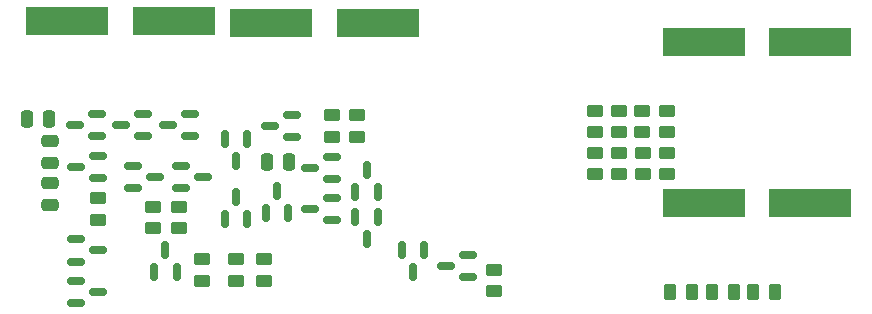
<source format=gbr>
%TF.GenerationSoftware,KiCad,Pcbnew,(6.0.2)*%
%TF.CreationDate,2022-12-26T11:42:45-08:00*%
%TF.ProjectId,discrete_op_amp,64697363-7265-4746-955f-6f705f616d70,rev?*%
%TF.SameCoordinates,Original*%
%TF.FileFunction,Paste,Top*%
%TF.FilePolarity,Positive*%
%FSLAX46Y46*%
G04 Gerber Fmt 4.6, Leading zero omitted, Abs format (unit mm)*
G04 Created by KiCad (PCBNEW (6.0.2)) date 2022-12-26 11:42:45*
%MOMM*%
%LPD*%
G01*
G04 APERTURE LIST*
G04 Aperture macros list*
%AMRoundRect*
0 Rectangle with rounded corners*
0 $1 Rounding radius*
0 $2 $3 $4 $5 $6 $7 $8 $9 X,Y pos of 4 corners*
0 Add a 4 corners polygon primitive as box body*
4,1,4,$2,$3,$4,$5,$6,$7,$8,$9,$2,$3,0*
0 Add four circle primitives for the rounded corners*
1,1,$1+$1,$2,$3*
1,1,$1+$1,$4,$5*
1,1,$1+$1,$6,$7*
1,1,$1+$1,$8,$9*
0 Add four rect primitives between the rounded corners*
20,1,$1+$1,$2,$3,$4,$5,0*
20,1,$1+$1,$4,$5,$6,$7,0*
20,1,$1+$1,$6,$7,$8,$9,0*
20,1,$1+$1,$8,$9,$2,$3,0*%
G04 Aperture macros list end*
%ADD10R,7.000000X2.400000*%
%ADD11RoundRect,0.150000X-0.587500X-0.150000X0.587500X-0.150000X0.587500X0.150000X-0.587500X0.150000X0*%
%ADD12RoundRect,0.250000X0.450000X-0.262500X0.450000X0.262500X-0.450000X0.262500X-0.450000X-0.262500X0*%
%ADD13RoundRect,0.150000X0.587500X0.150000X-0.587500X0.150000X-0.587500X-0.150000X0.587500X-0.150000X0*%
%ADD14RoundRect,0.250000X0.262500X0.450000X-0.262500X0.450000X-0.262500X-0.450000X0.262500X-0.450000X0*%
%ADD15RoundRect,0.250000X-0.450000X0.262500X-0.450000X-0.262500X0.450000X-0.262500X0.450000X0.262500X0*%
%ADD16RoundRect,0.250000X-0.475000X0.250000X-0.475000X-0.250000X0.475000X-0.250000X0.475000X0.250000X0*%
%ADD17RoundRect,0.150000X-0.150000X0.587500X-0.150000X-0.587500X0.150000X-0.587500X0.150000X0.587500X0*%
%ADD18RoundRect,0.250000X0.250000X0.475000X-0.250000X0.475000X-0.250000X-0.475000X0.250000X-0.475000X0*%
%ADD19RoundRect,0.150000X0.150000X-0.587500X0.150000X0.587500X-0.150000X0.587500X-0.150000X-0.587500X0*%
%ADD20RoundRect,0.250000X-0.250000X-0.475000X0.250000X-0.475000X0.250000X0.475000X-0.250000X0.475000X0*%
G04 APERTURE END LIST*
D10*
%TO.C,C8*%
X187126000Y-99469000D03*
X178126000Y-99469000D03*
%TD*%
D11*
%TO.C,Q13*%
X129848500Y-109949000D03*
X129848500Y-111849000D03*
X131723500Y-110899000D03*
%TD*%
D12*
%TO.C,R18*%
X160401000Y-120546500D03*
X160401000Y-118721500D03*
%TD*%
D13*
%TO.C,Q10*%
X143280500Y-107531000D03*
X143280500Y-105631000D03*
X141405500Y-106581000D03*
%TD*%
%TO.C,Q2*%
X130707500Y-107404000D03*
X130707500Y-105504000D03*
X128832500Y-106454000D03*
%TD*%
D12*
%TO.C,R1*%
X146661000Y-107493500D03*
X146661000Y-105668500D03*
%TD*%
D13*
%TO.C,Q3*%
X134644500Y-107404000D03*
X134644500Y-105504000D03*
X132769500Y-106454000D03*
%TD*%
D14*
%TO.C,R20*%
X177141000Y-120650000D03*
X175316000Y-120650000D03*
%TD*%
D15*
%TO.C,R11*%
X175006000Y-105259500D03*
X175006000Y-107084500D03*
%TD*%
D11*
%TO.C,Q14*%
X133912500Y-109949000D03*
X133912500Y-111849000D03*
X135787500Y-110899000D03*
%TD*%
D12*
%TO.C,R13*%
X133756400Y-115212500D03*
X133756400Y-113387500D03*
%TD*%
D16*
%TO.C,C2*%
X122785000Y-107790000D03*
X122785000Y-109690000D03*
%TD*%
D10*
%TO.C,C4*%
X141526000Y-97818000D03*
X150526000Y-97818000D03*
%TD*%
D17*
%TO.C,Q12*%
X150556000Y-114251500D03*
X148656000Y-114251500D03*
X149606000Y-116126500D03*
%TD*%
D18*
%TO.C,C3*%
X122719000Y-105946000D03*
X120819000Y-105946000D03*
%TD*%
D15*
%TO.C,R6*%
X170942000Y-108815500D03*
X170942000Y-110640500D03*
%TD*%
D10*
%TO.C,C7*%
X178126000Y-113058000D03*
X187126000Y-113058000D03*
%TD*%
D13*
%TO.C,Q8*%
X126897500Y-110960000D03*
X126897500Y-109060000D03*
X125022500Y-110010000D03*
%TD*%
%TO.C,Q1*%
X126770500Y-107404000D03*
X126770500Y-105504000D03*
X124895500Y-106454000D03*
%TD*%
D12*
%TO.C,R14*%
X138533000Y-119685500D03*
X138533000Y-117860500D03*
%TD*%
%TO.C,R17*%
X135636000Y-119685500D03*
X135636000Y-117860500D03*
%TD*%
D10*
%TO.C,C1*%
X124254000Y-97691000D03*
X133254000Y-97691000D03*
%TD*%
D11*
%TO.C,Q15*%
X125022500Y-116144000D03*
X125022500Y-118044000D03*
X126897500Y-117094000D03*
%TD*%
D19*
%TO.C,Q16*%
X137607000Y-114475500D03*
X139507000Y-114475500D03*
X138557000Y-112600500D03*
%TD*%
D14*
%TO.C,R19*%
X180697000Y-120650000D03*
X178872000Y-120650000D03*
%TD*%
D19*
%TO.C,Q18*%
X141086800Y-113967500D03*
X142986800Y-113967500D03*
X142036800Y-112092500D03*
%TD*%
D15*
%TO.C,R12*%
X131548000Y-113387500D03*
X131548000Y-115212500D03*
%TD*%
%TO.C,R3*%
X126849000Y-112653500D03*
X126849000Y-114478500D03*
%TD*%
%TO.C,R4*%
X175006000Y-108815500D03*
X175006000Y-110640500D03*
%TD*%
D17*
%TO.C,Q17*%
X154493000Y-117045500D03*
X152593000Y-117045500D03*
X153543000Y-118920500D03*
%TD*%
%TO.C,Q7*%
X139507000Y-107675500D03*
X137607000Y-107675500D03*
X138557000Y-109550500D03*
%TD*%
D19*
%TO.C,Q20*%
X131614000Y-118920500D03*
X133514000Y-118920500D03*
X132564000Y-117045500D03*
%TD*%
D13*
%TO.C,Q6*%
X146709500Y-111087000D03*
X146709500Y-109187000D03*
X144834500Y-110137000D03*
%TD*%
D15*
%TO.C,R8*%
X168910000Y-105259500D03*
X168910000Y-107084500D03*
%TD*%
D19*
%TO.C,Q9*%
X148656000Y-112189500D03*
X150556000Y-112189500D03*
X149606000Y-110314500D03*
%TD*%
D15*
%TO.C,R10*%
X172946000Y-105259500D03*
X172946000Y-107084500D03*
%TD*%
D11*
%TO.C,Q19*%
X125022500Y-119644000D03*
X125022500Y-121544000D03*
X126897500Y-120594000D03*
%TD*%
D14*
%TO.C,R15*%
X184149500Y-120650000D03*
X182324500Y-120650000D03*
%TD*%
D13*
%TO.C,Q11*%
X146709500Y-114516000D03*
X146709500Y-112616000D03*
X144834500Y-113566000D03*
%TD*%
D20*
%TO.C,C6*%
X141139000Y-109629000D03*
X143039000Y-109629000D03*
%TD*%
D13*
%TO.C,Q21*%
X158163500Y-119342000D03*
X158163500Y-117442000D03*
X156288500Y-118392000D03*
%TD*%
D12*
%TO.C,R2*%
X148820000Y-107493500D03*
X148820000Y-105668500D03*
%TD*%
D15*
%TO.C,R16*%
X140946000Y-117860500D03*
X140946000Y-119685500D03*
%TD*%
%TO.C,R7*%
X168910000Y-108815500D03*
X168910000Y-110640500D03*
%TD*%
D16*
%TO.C,C5*%
X122785000Y-111346000D03*
X122785000Y-113246000D03*
%TD*%
D15*
%TO.C,R9*%
X170942000Y-105259500D03*
X170942000Y-107084500D03*
%TD*%
%TO.C,R5*%
X172974000Y-108815500D03*
X172974000Y-110640500D03*
%TD*%
M02*

</source>
